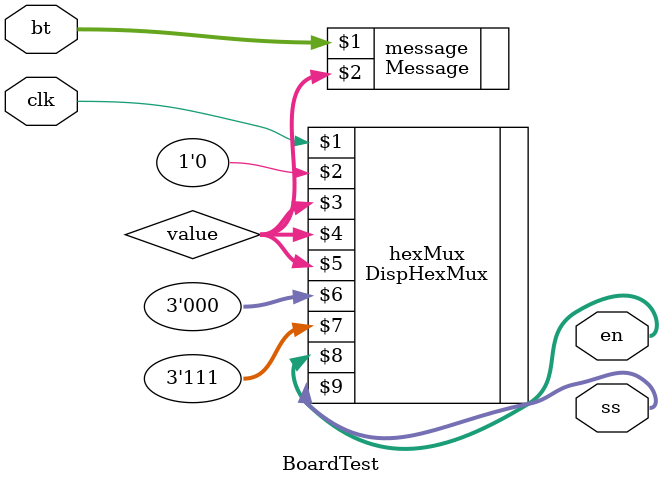
<source format=v>

`timescale 1ns / 1ps

module BoardTest( input wire clk, input wire [3:0] bt, output wire [7:0] ss, output wire [2:0] en );

	wire [4:0] value;

	Message message ( bt, value );

	DispHexMux hexMux( clk, 1'b0, value, value, value, 3'b000, 3'b111, en, ss );

endmodule

</source>
